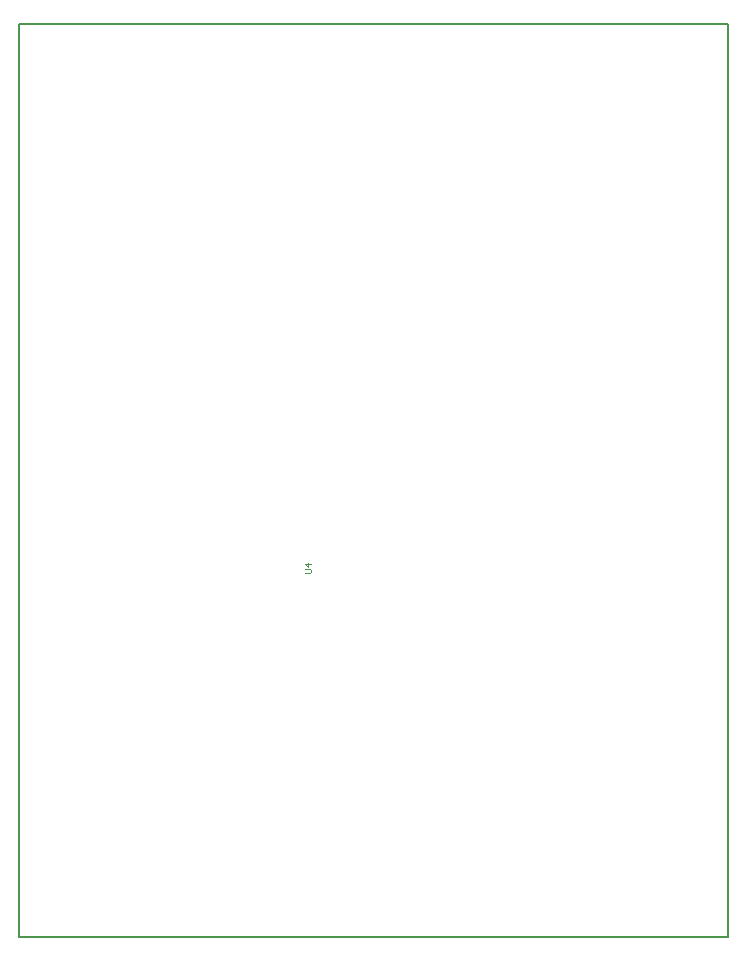
<source format=gm1>
G04*
G04 #@! TF.GenerationSoftware,Altium Limited,Altium Designer,19.1.8 (144)*
G04*
G04 Layer_Color=16711935*
%FSLAX25Y25*%
%MOIN*%
G70*
G01*
G75*
%ADD13C,0.00787*%
%ADD116C,0.00300*%
D13*
X-0Y0D02*
Y304400D01*
Y0D02*
X59055D01*
X236221Y304400D02*
X236221Y0D01*
X70866D02*
X90551D01*
X59055D02*
X70866D01*
X90551D02*
X94488D01*
X141732D02*
X177165D01*
X236221D01*
X94488D02*
X141732D01*
X161209Y304400D02*
X236221D01*
X0D02*
X50972D01*
X161209D01*
D116*
X95301Y121300D02*
X96967D01*
X97300Y121633D01*
Y122300D01*
X96967Y122633D01*
X95301D01*
X97300Y124299D02*
X95301D01*
X96300Y123299D01*
Y124632D01*
M02*

</source>
